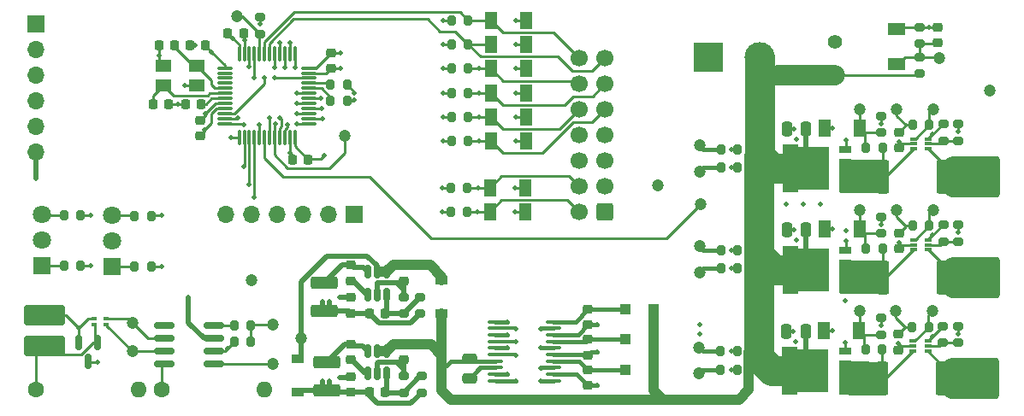
<source format=gtl>
G04 #@! TF.GenerationSoftware,KiCad,Pcbnew,(6.0.5)*
G04 #@! TF.CreationDate,2022-05-31T01:04:28-04:00*
G04 #@! TF.ProjectId,GoldESC,476f6c64-4553-4432-9e6b-696361645f70,rev?*
G04 #@! TF.SameCoordinates,Original*
G04 #@! TF.FileFunction,Copper,L1,Top*
G04 #@! TF.FilePolarity,Positive*
%FSLAX46Y46*%
G04 Gerber Fmt 4.6, Leading zero omitted, Abs format (unit mm)*
G04 Created by KiCad (PCBNEW (6.0.5)) date 2022-05-31 01:04:28*
%MOMM*%
%LPD*%
G01*
G04 APERTURE LIST*
G04 Aperture macros list*
%AMRoundRect*
0 Rectangle with rounded corners*
0 $1 Rounding radius*
0 $2 $3 $4 $5 $6 $7 $8 $9 X,Y pos of 4 corners*
0 Add a 4 corners polygon primitive as box body*
4,1,4,$2,$3,$4,$5,$6,$7,$8,$9,$2,$3,0*
0 Add four circle primitives for the rounded corners*
1,1,$1+$1,$2,$3*
1,1,$1+$1,$4,$5*
1,1,$1+$1,$6,$7*
1,1,$1+$1,$8,$9*
0 Add four rect primitives between the rounded corners*
20,1,$1+$1,$2,$3,$4,$5,0*
20,1,$1+$1,$4,$5,$6,$7,0*
20,1,$1+$1,$6,$7,$8,$9,0*
20,1,$1+$1,$8,$9,$2,$3,0*%
%AMFreePoly0*
4,1,9,2.975000,-2.350000,1.425000,-2.350000,1.425000,-2.100000,-1.650000,-2.100000,-1.650000,2.100000,1.425000,2.100000,1.425000,2.350000,2.975000,2.350000,2.975000,-2.350000,2.975000,-2.350000,$1*%
G04 Aperture macros list end*
G04 #@! TA.AperFunction,SMDPad,CuDef*
%ADD10R,1.300000X1.700000*%
G04 #@! TD*
G04 #@! TA.AperFunction,SMDPad,CuDef*
%ADD11RoundRect,0.200000X-0.275000X0.200000X-0.275000X-0.200000X0.275000X-0.200000X0.275000X0.200000X0*%
G04 #@! TD*
G04 #@! TA.AperFunction,SMDPad,CuDef*
%ADD12RoundRect,0.225000X0.225000X0.250000X-0.225000X0.250000X-0.225000X-0.250000X0.225000X-0.250000X0*%
G04 #@! TD*
G04 #@! TA.AperFunction,ComponentPad*
%ADD13C,1.200000*%
G04 #@! TD*
G04 #@! TA.AperFunction,SMDPad,CuDef*
%ADD14R,0.700000X0.340000*%
G04 #@! TD*
G04 #@! TA.AperFunction,SMDPad,CuDef*
%ADD15RoundRect,0.200000X0.200000X0.275000X-0.200000X0.275000X-0.200000X-0.275000X0.200000X-0.275000X0*%
G04 #@! TD*
G04 #@! TA.AperFunction,ComponentPad*
%ADD16R,3.000000X3.000000*%
G04 #@! TD*
G04 #@! TA.AperFunction,ComponentPad*
%ADD17C,3.000000*%
G04 #@! TD*
G04 #@! TA.AperFunction,SMDPad,CuDef*
%ADD18R,1.600000X1.300000*%
G04 #@! TD*
G04 #@! TA.AperFunction,SMDPad,CuDef*
%ADD19RoundRect,0.225000X-0.250000X0.225000X-0.250000X-0.225000X0.250000X-0.225000X0.250000X0.225000X0*%
G04 #@! TD*
G04 #@! TA.AperFunction,SMDPad,CuDef*
%ADD20RoundRect,0.250000X-1.075000X0.375000X-1.075000X-0.375000X1.075000X-0.375000X1.075000X0.375000X0*%
G04 #@! TD*
G04 #@! TA.AperFunction,ComponentPad*
%ADD21R,1.700000X1.700000*%
G04 #@! TD*
G04 #@! TA.AperFunction,ComponentPad*
%ADD22O,1.700000X1.700000*%
G04 #@! TD*
G04 #@! TA.AperFunction,SMDPad,CuDef*
%ADD23RoundRect,0.225000X0.250000X-0.225000X0.250000X0.225000X-0.250000X0.225000X-0.250000X-0.225000X0*%
G04 #@! TD*
G04 #@! TA.AperFunction,SMDPad,CuDef*
%ADD24RoundRect,0.200000X-0.200000X-0.275000X0.200000X-0.275000X0.200000X0.275000X-0.200000X0.275000X0*%
G04 #@! TD*
G04 #@! TA.AperFunction,SMDPad,CuDef*
%ADD25R,1.150000X0.700000*%
G04 #@! TD*
G04 #@! TA.AperFunction,SMDPad,CuDef*
%ADD26FreePoly0,180.000000*%
G04 #@! TD*
G04 #@! TA.AperFunction,SMDPad,CuDef*
%ADD27R,1.200000X0.900000*%
G04 #@! TD*
G04 #@! TA.AperFunction,SMDPad,CuDef*
%ADD28RoundRect,0.150000X0.825000X0.150000X-0.825000X0.150000X-0.825000X-0.150000X0.825000X-0.150000X0*%
G04 #@! TD*
G04 #@! TA.AperFunction,SMDPad,CuDef*
%ADD29RoundRect,0.150000X-0.150000X0.587500X-0.150000X-0.587500X0.150000X-0.587500X0.150000X0.587500X0*%
G04 #@! TD*
G04 #@! TA.AperFunction,SMDPad,CuDef*
%ADD30RoundRect,0.075000X-0.662500X-0.075000X0.662500X-0.075000X0.662500X0.075000X-0.662500X0.075000X0*%
G04 #@! TD*
G04 #@! TA.AperFunction,SMDPad,CuDef*
%ADD31RoundRect,0.075000X-0.075000X-0.662500X0.075000X-0.662500X0.075000X0.662500X-0.075000X0.662500X0*%
G04 #@! TD*
G04 #@! TA.AperFunction,SMDPad,CuDef*
%ADD32R,0.500000X0.350000*%
G04 #@! TD*
G04 #@! TA.AperFunction,ComponentPad*
%ADD33R,1.800000X1.800000*%
G04 #@! TD*
G04 #@! TA.AperFunction,ComponentPad*
%ADD34C,1.800000*%
G04 #@! TD*
G04 #@! TA.AperFunction,SMDPad,CuDef*
%ADD35RoundRect,0.150000X0.150000X-0.512500X0.150000X0.512500X-0.150000X0.512500X-0.150000X-0.512500X0*%
G04 #@! TD*
G04 #@! TA.AperFunction,ComponentPad*
%ADD36C,1.600000*%
G04 #@! TD*
G04 #@! TA.AperFunction,ComponentPad*
%ADD37O,1.600000X1.600000*%
G04 #@! TD*
G04 #@! TA.AperFunction,SMDPad,CuDef*
%ADD38RoundRect,0.200000X0.275000X-0.200000X0.275000X0.200000X-0.275000X0.200000X-0.275000X-0.200000X0*%
G04 #@! TD*
G04 #@! TA.AperFunction,SMDPad,CuDef*
%ADD39R,1.700000X1.300000*%
G04 #@! TD*
G04 #@! TA.AperFunction,SMDPad,CuDef*
%ADD40RoundRect,0.100000X-0.637500X-0.100000X0.637500X-0.100000X0.637500X0.100000X-0.637500X0.100000X0*%
G04 #@! TD*
G04 #@! TA.AperFunction,ComponentPad*
%ADD41RoundRect,0.250000X-1.000000X1.000000X-1.000000X-1.000000X1.000000X-1.000000X1.000000X1.000000X0*%
G04 #@! TD*
G04 #@! TA.AperFunction,ComponentPad*
%ADD42RoundRect,0.250000X-1.000000X-1.000000X1.000000X-1.000000X1.000000X1.000000X-1.000000X1.000000X0*%
G04 #@! TD*
G04 #@! TA.AperFunction,ComponentPad*
%ADD43RoundRect,0.250000X1.000000X1.000000X-1.000000X1.000000X-1.000000X-1.000000X1.000000X-1.000000X0*%
G04 #@! TD*
G04 #@! TA.AperFunction,ComponentPad*
%ADD44RoundRect,0.250000X1.000000X-1.000000X1.000000X1.000000X-1.000000X1.000000X-1.000000X-1.000000X0*%
G04 #@! TD*
G04 #@! TA.AperFunction,SMDPad,CuDef*
%ADD45RoundRect,0.225000X-0.225000X-0.250000X0.225000X-0.250000X0.225000X0.250000X-0.225000X0.250000X0*%
G04 #@! TD*
G04 #@! TA.AperFunction,SMDPad,CuDef*
%ADD46R,1.100000X1.100000*%
G04 #@! TD*
G04 #@! TA.AperFunction,SMDPad,CuDef*
%ADD47RoundRect,0.250000X0.362500X1.425000X-0.362500X1.425000X-0.362500X-1.425000X0.362500X-1.425000X0*%
G04 #@! TD*
G04 #@! TA.AperFunction,ComponentPad*
%ADD48C,1.400000*%
G04 #@! TD*
G04 #@! TA.AperFunction,SMDPad,CuDef*
%ADD49RoundRect,0.250000X0.250000X0.475000X-0.250000X0.475000X-0.250000X-0.475000X0.250000X-0.475000X0*%
G04 #@! TD*
G04 #@! TA.AperFunction,ComponentPad*
%ADD50RoundRect,0.200000X1.050000X-0.800000X1.050000X0.800000X-1.050000X0.800000X-1.050000X-0.800000X0*%
G04 #@! TD*
G04 #@! TA.AperFunction,ComponentPad*
%ADD51RoundRect,0.200000X-1.050000X0.800000X-1.050000X-0.800000X1.050000X-0.800000X1.050000X0.800000X0*%
G04 #@! TD*
G04 #@! TA.AperFunction,ComponentPad*
%ADD52RoundRect,0.250000X0.600000X0.600000X-0.600000X0.600000X-0.600000X-0.600000X0.600000X-0.600000X0*%
G04 #@! TD*
G04 #@! TA.AperFunction,ComponentPad*
%ADD53C,1.700000*%
G04 #@! TD*
G04 #@! TA.AperFunction,SMDPad,CuDef*
%ADD54RoundRect,0.250000X-0.475000X0.250000X-0.475000X-0.250000X0.475000X-0.250000X0.475000X0.250000X0*%
G04 #@! TD*
G04 #@! TA.AperFunction,ViaPad*
%ADD55C,0.508000*%
G04 #@! TD*
G04 #@! TA.AperFunction,Conductor*
%ADD56C,0.508000*%
G04 #@! TD*
G04 #@! TA.AperFunction,Conductor*
%ADD57C,0.400000*%
G04 #@! TD*
G04 #@! TA.AperFunction,Conductor*
%ADD58C,0.254000*%
G04 #@! TD*
G04 #@! TA.AperFunction,Conductor*
%ADD59C,1.000000*%
G04 #@! TD*
G04 #@! TA.AperFunction,Conductor*
%ADD60C,0.380000*%
G04 #@! TD*
G04 #@! TA.AperFunction,Conductor*
%ADD61C,3.000000*%
G04 #@! TD*
G04 #@! TA.AperFunction,Conductor*
%ADD62C,0.500000*%
G04 #@! TD*
G04 #@! TA.AperFunction,Conductor*
%ADD63C,2.000000*%
G04 #@! TD*
G04 APERTURE END LIST*
D10*
X223115000Y-90750000D03*
X219615000Y-90750000D03*
D11*
X229100000Y-63675000D03*
X229100000Y-65325000D03*
D12*
X176175000Y-89062500D03*
X174625000Y-89062500D03*
D13*
X230349000Y-88834000D03*
D14*
X228466000Y-71766000D03*
X228466000Y-72266000D03*
X228466000Y-72766000D03*
X229966000Y-72766000D03*
X229966000Y-72266000D03*
X229966000Y-71766000D03*
D15*
X184425000Y-64800000D03*
X182775000Y-64800000D03*
D16*
X208160000Y-63700000D03*
D17*
X213240000Y-63700000D03*
D10*
X186550000Y-76600000D03*
X190050000Y-76600000D03*
D13*
X151180000Y-92800000D03*
X207300000Y-82400000D03*
D18*
X157550000Y-64500000D03*
X154250000Y-64500000D03*
X154250000Y-66500000D03*
X157550000Y-66500000D03*
D15*
X211025000Y-94634000D03*
X209375000Y-94634000D03*
D19*
X172800000Y-95325000D03*
X172800000Y-96875000D03*
D11*
X231416000Y-80291000D03*
X231416000Y-81941000D03*
D12*
X168575000Y-73800000D03*
X167025000Y-73800000D03*
D13*
X163000000Y-85800000D03*
D20*
X170400000Y-93900000D03*
X170400000Y-96700000D03*
D21*
X141600000Y-60400000D03*
D22*
X141600000Y-62940000D03*
X141600000Y-65480000D03*
X141600000Y-68020000D03*
X141600000Y-70560000D03*
X141600000Y-73100000D03*
D13*
X172200000Y-71450000D03*
D23*
X230900000Y-62275000D03*
X230900000Y-60725000D03*
X227016000Y-72641000D03*
X227016000Y-71091000D03*
D24*
X223791000Y-72616000D03*
X225441000Y-72616000D03*
D25*
X221700000Y-96660000D03*
X221700000Y-95390000D03*
X221700000Y-94110000D03*
X221700000Y-92840000D03*
D26*
X218430000Y-94750000D03*
D25*
X221751000Y-76626000D03*
X221751000Y-75356000D03*
X221751000Y-74076000D03*
X221751000Y-72806000D03*
D26*
X218481000Y-74716000D03*
D19*
X172800000Y-84287500D03*
X172800000Y-85837500D03*
D23*
X227016000Y-82641000D03*
X227016000Y-81091000D03*
D12*
X158375000Y-62500000D03*
X156825000Y-62500000D03*
D24*
X223740000Y-92650000D03*
X225390000Y-92650000D03*
D27*
X167500000Y-93550000D03*
X167500000Y-96850000D03*
D28*
X159255000Y-94105000D03*
X159255000Y-92835000D03*
X159255000Y-91565000D03*
X159255000Y-90295000D03*
X154305000Y-90295000D03*
X154305000Y-91565000D03*
X154305000Y-92835000D03*
X154305000Y-94105000D03*
D24*
X144400000Y-84300000D03*
X146050000Y-84300000D03*
D13*
X236050000Y-66950000D03*
D15*
X211025000Y-92834000D03*
X209375000Y-92834000D03*
D10*
X223166000Y-70716000D03*
X219666000Y-70716000D03*
D29*
X147750000Y-91962500D03*
X145850000Y-91962500D03*
X146800000Y-93837500D03*
D30*
X160337500Y-64750000D03*
X160337500Y-65250000D03*
X160337500Y-65750000D03*
X160337500Y-66250000D03*
X160337500Y-66750000D03*
X160337500Y-67250000D03*
X160337500Y-67750000D03*
X160337500Y-68250000D03*
X160337500Y-68750000D03*
X160337500Y-69250000D03*
X160337500Y-69750000D03*
X160337500Y-70250000D03*
D31*
X161750000Y-71662500D03*
X162250000Y-71662500D03*
X162750000Y-71662500D03*
X163250000Y-71662500D03*
X163750000Y-71662500D03*
X164250000Y-71662500D03*
X164750000Y-71662500D03*
X165250000Y-71662500D03*
X165750000Y-71662500D03*
X166250000Y-71662500D03*
X166750000Y-71662500D03*
X167250000Y-71662500D03*
D30*
X168662500Y-70250000D03*
X168662500Y-69750000D03*
X168662500Y-69250000D03*
X168662500Y-68750000D03*
X168662500Y-68250000D03*
X168662500Y-67750000D03*
X168662500Y-67250000D03*
X168662500Y-66750000D03*
X168662500Y-66250000D03*
X168662500Y-65750000D03*
X168662500Y-65250000D03*
X168662500Y-64750000D03*
D31*
X167250000Y-63337500D03*
X166750000Y-63337500D03*
X166250000Y-63337500D03*
X165750000Y-63337500D03*
X165250000Y-63337500D03*
X164750000Y-63337500D03*
X164250000Y-63337500D03*
X163750000Y-63337500D03*
X163250000Y-63337500D03*
X162750000Y-63337500D03*
X162250000Y-63337500D03*
X161750000Y-63337500D03*
D13*
X207300000Y-72400000D03*
D24*
X228340000Y-90400000D03*
X229990000Y-90400000D03*
D11*
X225316000Y-79491000D03*
X225316000Y-81141000D03*
D25*
X221751000Y-86626000D03*
X221751000Y-85356000D03*
X221751000Y-84076000D03*
X221751000Y-82806000D03*
D26*
X218481000Y-84716000D03*
D32*
X148600000Y-90200000D03*
X148600000Y-89600000D03*
X147400000Y-89600000D03*
X147400000Y-90200000D03*
D24*
X161255000Y-90300000D03*
X162905000Y-90300000D03*
D10*
X186650000Y-62400000D03*
X190150000Y-62400000D03*
D13*
X230400000Y-78800000D03*
D11*
X225265000Y-89525000D03*
X225265000Y-91175000D03*
D13*
X151180000Y-90000000D03*
X223200000Y-78800000D03*
D15*
X184425000Y-67200000D03*
X182775000Y-67200000D03*
D13*
X207249000Y-95034000D03*
D33*
X142225000Y-84340000D03*
D34*
X142225000Y-81800000D03*
X142225000Y-79260000D03*
D13*
X161500000Y-59600000D03*
D24*
X144400000Y-79300000D03*
X146050000Y-79300000D03*
D35*
X174450000Y-95037500D03*
X175400000Y-95037500D03*
X176350000Y-95037500D03*
X176350000Y-92762500D03*
X175400000Y-92762500D03*
X174450000Y-92762500D03*
D36*
X141600000Y-96600000D03*
D37*
X151760000Y-96600000D03*
D10*
X186650000Y-60000000D03*
X190150000Y-60000000D03*
D24*
X170775000Y-68000000D03*
X172425000Y-68000000D03*
D38*
X179600000Y-89087500D03*
X179600000Y-87437500D03*
D39*
X226800000Y-64350000D03*
X226800000Y-60850000D03*
D38*
X232916000Y-81941000D03*
X232916000Y-80291000D03*
D24*
X170775000Y-66400000D03*
X172425000Y-66400000D03*
D15*
X184425000Y-62400000D03*
X182775000Y-62400000D03*
D23*
X157900000Y-71475000D03*
X157900000Y-69925000D03*
D40*
X187112500Y-89900000D03*
X187112500Y-90550000D03*
X187112500Y-91200000D03*
X187112500Y-91850000D03*
X187112500Y-92500000D03*
X187112500Y-93150000D03*
X187112500Y-93800000D03*
X187112500Y-94450000D03*
X187112500Y-95100000D03*
X187112500Y-95750000D03*
X192837500Y-95750000D03*
X192837500Y-95100000D03*
X192837500Y-94450000D03*
X192837500Y-93800000D03*
X192837500Y-93150000D03*
X192837500Y-92500000D03*
X192837500Y-91850000D03*
X192837500Y-91200000D03*
X192837500Y-90550000D03*
X192837500Y-89900000D03*
D35*
X174450000Y-87200000D03*
X175400000Y-87200000D03*
X176350000Y-87200000D03*
X176350000Y-84925000D03*
X175400000Y-84925000D03*
X174450000Y-84925000D03*
D15*
X184425000Y-69600000D03*
X182775000Y-69600000D03*
X184325000Y-79000000D03*
X182675000Y-79000000D03*
D13*
X207249000Y-92434000D03*
D12*
X176175000Y-96900000D03*
X174625000Y-96900000D03*
D38*
X232865000Y-91975000D03*
X232865000Y-90325000D03*
D19*
X172800000Y-87487500D03*
X172800000Y-89037500D03*
D21*
X173125000Y-79225000D03*
D22*
X170585000Y-79225000D03*
X168045000Y-79225000D03*
X165505000Y-79225000D03*
X162965000Y-79225000D03*
X160425000Y-79225000D03*
D10*
X186650000Y-69600000D03*
X190150000Y-69600000D03*
D24*
X223791000Y-82616000D03*
X225441000Y-82616000D03*
D10*
X186650000Y-72000000D03*
X190150000Y-72000000D03*
D41*
X235766000Y-74734000D03*
D42*
X234234000Y-74734000D03*
D43*
X235766000Y-76266000D03*
D44*
X234234000Y-76266000D03*
D15*
X184425000Y-60000000D03*
X182775000Y-60000000D03*
D45*
X153825000Y-62500000D03*
X155375000Y-62500000D03*
D12*
X157975000Y-68300000D03*
X156425000Y-68300000D03*
D13*
X226800000Y-78800000D03*
D46*
X199975000Y-91625000D03*
X202775000Y-91625000D03*
D13*
X207400000Y-78200000D03*
D11*
X231416000Y-70291000D03*
X231416000Y-71941000D03*
D47*
X231378500Y-75516000D03*
X225453500Y-75516000D03*
D23*
X226965000Y-92675000D03*
X226965000Y-91125000D03*
D46*
X199975000Y-88625000D03*
X202775000Y-88625000D03*
D36*
X154100000Y-96600000D03*
D37*
X164260000Y-96600000D03*
D20*
X170200000Y-86062500D03*
X170200000Y-88862500D03*
D10*
X186650000Y-64800000D03*
X190150000Y-64800000D03*
D48*
X220700000Y-65450000D03*
X220700000Y-62150000D03*
D47*
X231327500Y-95550000D03*
X225402500Y-95550000D03*
D46*
X199975000Y-94625000D03*
X202775000Y-94625000D03*
D12*
X154775000Y-68300000D03*
X153225000Y-68300000D03*
D15*
X211075000Y-84600000D03*
X209425000Y-84600000D03*
D49*
X217866000Y-70816000D03*
X215966000Y-70816000D03*
X217815000Y-90850000D03*
X215915000Y-90850000D03*
D15*
X211075000Y-74600000D03*
X209425000Y-74600000D03*
D44*
X234234000Y-86266000D03*
D43*
X235766000Y-86266000D03*
D42*
X234234000Y-84734000D03*
D41*
X235766000Y-84734000D03*
D33*
X149200000Y-84440000D03*
D34*
X149200000Y-81900000D03*
X149200000Y-79360000D03*
D38*
X163800000Y-61375000D03*
X163800000Y-59725000D03*
X179800000Y-96925000D03*
X179800000Y-95275000D03*
X232916000Y-71941000D03*
X232916000Y-70291000D03*
D19*
X196275000Y-91650000D03*
X196275000Y-93200000D03*
D50*
X141734000Y-89276000D03*
D51*
X143266000Y-89276000D03*
X143266000Y-92324000D03*
D50*
X141734000Y-92324000D03*
D15*
X184325000Y-76600000D03*
X182675000Y-76600000D03*
D19*
X172800000Y-92125000D03*
X172800000Y-93675000D03*
D45*
X160625000Y-61300000D03*
X162175000Y-61300000D03*
D11*
X229100000Y-60675000D03*
X229100000Y-62325000D03*
D49*
X217866000Y-80816000D03*
X215966000Y-80816000D03*
D11*
X231365000Y-90325000D03*
X231365000Y-91975000D03*
D38*
X178000000Y-96925000D03*
X178000000Y-95275000D03*
D52*
X197940000Y-79020000D03*
D53*
X195400000Y-79020000D03*
X197940000Y-76480000D03*
X195400000Y-76480000D03*
X197940000Y-73940000D03*
X195400000Y-73940000D03*
X197940000Y-71400000D03*
X195400000Y-71400000D03*
X197940000Y-68860000D03*
X195400000Y-68860000D03*
X197940000Y-66320000D03*
X195400000Y-66320000D03*
X197940000Y-63780000D03*
X195400000Y-63780000D03*
D13*
X226800000Y-68800000D03*
X165080000Y-90200000D03*
X230400000Y-68800000D03*
D24*
X228391000Y-80366000D03*
X230041000Y-80366000D03*
D14*
X228466000Y-81766000D03*
X228466000Y-82266000D03*
X228466000Y-82766000D03*
X229966000Y-82766000D03*
X229966000Y-82266000D03*
X229966000Y-81766000D03*
D27*
X181800000Y-85750000D03*
X181800000Y-89050000D03*
D10*
X223166000Y-80716000D03*
X219666000Y-80716000D03*
D13*
X226749000Y-88834000D03*
X207300000Y-85000000D03*
D10*
X186650000Y-67200000D03*
X190150000Y-67200000D03*
D19*
X196275000Y-94650000D03*
X196275000Y-96200000D03*
D13*
X165080000Y-94100000D03*
D24*
X228391000Y-70366000D03*
X230041000Y-70366000D03*
X151375000Y-84400000D03*
X153025000Y-84400000D03*
D15*
X184425000Y-72000000D03*
X182775000Y-72000000D03*
D13*
X223149000Y-88834000D03*
D19*
X170800000Y-63225000D03*
X170800000Y-64775000D03*
D38*
X178000000Y-89087500D03*
X178000000Y-87437500D03*
D15*
X162905000Y-91900000D03*
X161255000Y-91900000D03*
D10*
X186550000Y-79000000D03*
X190050000Y-79000000D03*
D23*
X178000000Y-93675000D03*
X178000000Y-92125000D03*
D19*
X196275000Y-88650000D03*
X196275000Y-90200000D03*
D13*
X207300000Y-75000000D03*
D54*
X184575000Y-93575000D03*
X184575000Y-95475000D03*
D13*
X231000000Y-63800000D03*
D11*
X225316000Y-69491000D03*
X225316000Y-71141000D03*
D24*
X151375000Y-79400000D03*
X153025000Y-79400000D03*
D47*
X231378500Y-85516000D03*
X225453500Y-85516000D03*
D13*
X167850000Y-91550000D03*
X203200000Y-76350000D03*
X223200000Y-68800000D03*
D23*
X178000000Y-85837500D03*
X178000000Y-84287500D03*
D15*
X211075000Y-72800000D03*
X209425000Y-72800000D03*
X211075000Y-82800000D03*
X209425000Y-82800000D03*
D43*
X235715000Y-96300000D03*
D42*
X234183000Y-94768000D03*
D44*
X234183000Y-96300000D03*
D41*
X235715000Y-94768000D03*
D14*
X228415000Y-91800000D03*
X228415000Y-92300000D03*
X228415000Y-92800000D03*
X229915000Y-92800000D03*
X229915000Y-92300000D03*
X229915000Y-91800000D03*
D55*
X223615000Y-94100000D03*
X224116000Y-86766000D03*
X224616000Y-86266000D03*
X223666000Y-86266000D03*
X223166000Y-85716000D03*
X230378500Y-81328500D03*
X227016000Y-82016000D03*
X221800000Y-80900000D03*
X232865000Y-91100000D03*
X225265000Y-90300000D03*
X220415000Y-90750000D03*
X216849000Y-91834000D03*
X224566000Y-85216000D03*
X223666000Y-85166000D03*
X224116000Y-84666000D03*
X222716000Y-86266000D03*
X221800000Y-81900000D03*
X161628353Y-69669500D03*
X162190295Y-70370040D03*
X160900000Y-71650000D03*
X164200000Y-65750000D03*
X162169500Y-74554541D03*
X162668784Y-76284011D03*
X163250000Y-77544544D03*
X185400000Y-76600000D03*
X164750000Y-69650000D03*
X185350000Y-79000000D03*
X163755428Y-70369500D03*
X166750000Y-62200000D03*
X185450000Y-64800000D03*
X185450000Y-72000000D03*
X165250000Y-64650000D03*
X166250000Y-64650000D03*
X185450000Y-67200000D03*
X165750000Y-62200000D03*
X185450000Y-69600000D03*
X173150000Y-67200000D03*
X173150000Y-67950000D03*
X221800000Y-71900000D03*
X210500000Y-74600000D03*
X210500000Y-84600000D03*
X221749000Y-91934000D03*
X210449000Y-94634000D03*
X163250000Y-65750000D03*
X217600000Y-78200000D03*
X154065989Y-84400000D03*
X165330500Y-70289506D03*
X154100000Y-79300000D03*
X165750000Y-69650000D03*
X147050000Y-84300000D03*
X166491501Y-70343436D03*
X167419500Y-70255428D03*
X147050000Y-79300000D03*
X167450000Y-68250000D03*
X188300000Y-89900000D03*
X169850000Y-67750000D03*
X189100000Y-90600000D03*
X188300000Y-91200000D03*
X167450000Y-67250000D03*
X169981307Y-69756117D03*
X189100000Y-91900000D03*
X188300000Y-92500000D03*
X167450000Y-69250000D03*
X169941033Y-68745418D03*
X189100000Y-93200000D03*
X162669500Y-64623597D03*
X145850000Y-90500000D03*
X165250000Y-65750000D03*
X167250000Y-64650000D03*
X158400000Y-69300000D03*
X156400000Y-66500000D03*
X215900000Y-78200000D03*
X189100000Y-64800000D03*
X189100000Y-60000000D03*
X189100000Y-62400000D03*
X230000000Y-60700000D03*
X189100000Y-67200000D03*
X160627500Y-92527500D03*
X216600000Y-80800000D03*
X216549000Y-90834000D03*
X216600000Y-70800000D03*
X171700000Y-95400000D03*
X166750000Y-73150000D03*
X175400000Y-86062500D03*
X153825000Y-63475000D03*
X155700000Y-68300000D03*
X189000000Y-76600000D03*
X227016000Y-72016000D03*
X226965000Y-92050000D03*
X232916000Y-71066000D03*
X232916000Y-81066000D03*
X189000000Y-79000000D03*
X147700000Y-93900000D03*
X162250000Y-61950000D03*
X189100000Y-72000000D03*
X163800000Y-60400000D03*
X175400000Y-94000000D03*
X189100000Y-69600000D03*
X225316000Y-70266000D03*
X225316000Y-80266000D03*
X171700000Y-87500000D03*
X157400000Y-62500000D03*
X185425000Y-94625000D03*
X220466000Y-70716000D03*
X220466000Y-80716000D03*
X171800000Y-64775000D03*
X181962500Y-72000000D03*
X170000000Y-87900000D03*
X159012500Y-63137500D03*
X181862500Y-76600000D03*
X181962500Y-67200000D03*
X181962500Y-64800000D03*
X161112500Y-61787500D03*
X170150000Y-73400000D03*
X219300000Y-78200000D03*
X158293843Y-70893843D03*
X181850000Y-79000000D03*
X181962500Y-62400000D03*
X170700000Y-87900000D03*
X181962500Y-60000000D03*
X230378500Y-71328500D03*
X230327500Y-91362500D03*
X181962500Y-69600000D03*
X171800000Y-63225000D03*
X156700000Y-87500000D03*
X178725000Y-98000000D03*
X141600000Y-75700000D03*
X170000000Y-95800000D03*
X141600000Y-74900000D03*
X170700000Y-95800000D03*
X207300000Y-90200000D03*
X224566000Y-74116000D03*
X222716000Y-76266000D03*
X222716000Y-75216000D03*
X223166000Y-76766000D03*
X224566000Y-75216000D03*
X224116000Y-75716000D03*
X223166000Y-75716000D03*
X223666000Y-74066000D03*
X223666000Y-75166000D03*
X223666000Y-76266000D03*
X224116000Y-76766000D03*
X222766000Y-74066000D03*
X224616000Y-76266000D03*
X197200000Y-90200000D03*
X223166000Y-74666000D03*
X224116000Y-74666000D03*
X191600000Y-90600000D03*
X224566000Y-84116000D03*
X221750000Y-87800000D03*
X222716000Y-85216000D03*
X223166000Y-86766000D03*
X224116000Y-85716000D03*
X197200000Y-92896980D03*
X207300000Y-91150000D03*
X223666000Y-84066000D03*
X222766000Y-84066000D03*
X223166000Y-84666000D03*
X191600000Y-92500000D03*
X224515000Y-94150000D03*
X222665000Y-96300000D03*
X222665000Y-95250000D03*
X223115000Y-96800000D03*
X224515000Y-95250000D03*
X224065000Y-95750000D03*
X223115000Y-95750000D03*
X223615000Y-95200000D03*
X223615000Y-96300000D03*
X224065000Y-96800000D03*
X222715000Y-94100000D03*
X224565000Y-96300000D03*
X197200000Y-96200000D03*
X223115000Y-94700000D03*
X224065000Y-94700000D03*
X191600000Y-94500000D03*
X191600000Y-95800000D03*
X189100000Y-95800000D03*
X188300000Y-95100000D03*
X216900000Y-71800000D03*
X210500000Y-72800000D03*
X216900000Y-81800000D03*
X210500000Y-82800000D03*
X210449000Y-92834000D03*
D56*
X141600000Y-75700000D02*
X141600000Y-73100000D01*
D57*
X192837500Y-89900000D02*
X195025000Y-89900000D01*
X195025000Y-89900000D02*
X196275000Y-88650000D01*
X199950000Y-88650000D02*
X199975000Y-88625000D01*
X196275000Y-88650000D02*
X199950000Y-88650000D01*
X192837500Y-91850000D02*
X196075000Y-91850000D01*
X199975000Y-91625000D02*
X196300000Y-91625000D01*
X196300000Y-91625000D02*
X196275000Y-91650000D01*
X196075000Y-91850000D02*
X196275000Y-91650000D01*
X192837500Y-93800000D02*
X195425000Y-93800000D01*
X195425000Y-93800000D02*
X196275000Y-94650000D01*
X199975000Y-94625000D02*
X196300000Y-94625000D01*
X196300000Y-94625000D02*
X196275000Y-94650000D01*
D58*
X226800000Y-69500000D02*
X227703500Y-70403500D01*
X160337500Y-69750000D02*
X161547853Y-69750000D01*
X228391000Y-70366000D02*
X227741000Y-70366000D01*
X226800000Y-68800000D02*
X226800000Y-69500000D01*
X161547853Y-69750000D02*
X161628353Y-69669500D01*
X227741000Y-70366000D02*
X227703500Y-70403500D01*
X227703500Y-70403500D02*
X227016000Y-71091000D01*
X160337500Y-70250000D02*
X162070255Y-70250000D01*
X226800000Y-79500000D02*
X227703500Y-80403500D01*
X226800000Y-79500000D02*
X227703500Y-80403500D01*
X162070255Y-70250000D02*
X162190295Y-70370040D01*
X228391000Y-80366000D02*
X227741000Y-80366000D01*
X228391000Y-80366000D02*
X227741000Y-80366000D01*
X228391000Y-80366000D02*
X227741000Y-80366000D01*
X228391000Y-80366000D02*
X227741000Y-80366000D01*
X226800000Y-78800000D02*
X226800000Y-79500000D01*
X226800000Y-78800000D02*
X226800000Y-79500000D01*
X227741000Y-80366000D02*
X227703500Y-80403500D01*
X227741000Y-80366000D02*
X227703500Y-80403500D01*
X227741000Y-80366000D02*
X227703500Y-80403500D01*
X227741000Y-80366000D02*
X227703500Y-80403500D01*
X227703500Y-80403500D02*
X227016000Y-81091000D01*
X227703500Y-80403500D02*
X227016000Y-81091000D01*
X227703500Y-80403500D02*
X227016000Y-81091000D01*
X227703500Y-80403500D02*
X227016000Y-81091000D01*
X226749000Y-89534000D02*
X227652500Y-90437500D01*
X226749000Y-89534000D02*
X227652500Y-90437500D01*
X228340000Y-90400000D02*
X227690000Y-90400000D01*
X228340000Y-90400000D02*
X227690000Y-90400000D01*
X228340000Y-90400000D02*
X227690000Y-90400000D01*
X228340000Y-90400000D02*
X227690000Y-90400000D01*
X226749000Y-88834000D02*
X226749000Y-89534000D01*
X226749000Y-88834000D02*
X226749000Y-89534000D01*
X161737500Y-71650000D02*
X161750000Y-71662500D01*
X160900000Y-71650000D02*
X161737500Y-71650000D01*
X227690000Y-90400000D02*
X227652500Y-90437500D01*
X227690000Y-90400000D02*
X227652500Y-90437500D01*
X227690000Y-90400000D02*
X227652500Y-90437500D01*
X227690000Y-90400000D02*
X227652500Y-90437500D01*
X227652500Y-90437500D02*
X226965000Y-91125000D01*
X227652500Y-90437500D02*
X226965000Y-91125000D01*
X227652500Y-90437500D02*
X226965000Y-91125000D01*
X227652500Y-90437500D02*
X226965000Y-91125000D01*
X230850000Y-62325000D02*
X230900000Y-62275000D01*
X164200000Y-66276900D02*
X164200000Y-65750000D01*
X160337500Y-69250000D02*
X161226900Y-69250000D01*
X227625000Y-63675000D02*
X229100000Y-63675000D01*
X161226900Y-69250000D02*
X164200000Y-66276900D01*
X229100000Y-63675000D02*
X229100000Y-62325000D01*
X226800000Y-64350000D02*
X226950000Y-64350000D01*
X226950000Y-64350000D02*
X227625000Y-63675000D01*
X230875000Y-63675000D02*
X231000000Y-63800000D01*
X229100000Y-63675000D02*
X230875000Y-63675000D01*
X229100000Y-62325000D02*
X230850000Y-62325000D01*
D56*
X167850000Y-91550000D02*
X167850000Y-85967573D01*
D59*
X181800000Y-85400000D02*
X180687500Y-84287500D01*
X175725000Y-84925000D02*
X175700000Y-84900000D01*
X178000000Y-84287500D02*
X176987500Y-84287500D01*
D56*
X170433593Y-83383980D02*
X174424986Y-83383980D01*
X167850000Y-85967573D02*
X170433593Y-83383980D01*
X175400000Y-84358994D02*
X175400000Y-84925000D01*
X174424986Y-83383980D02*
X175400000Y-84358994D01*
D59*
X180687500Y-84287500D02*
X178000000Y-84287500D01*
X176987500Y-84287500D02*
X176350000Y-84925000D01*
X176350000Y-84925000D02*
X175725000Y-84925000D01*
X181800000Y-85750000D02*
X181800000Y-85400000D01*
D56*
X167850000Y-93200000D02*
X167500000Y-93550000D01*
X167850000Y-91550000D02*
X167850000Y-93200000D01*
D58*
X158441374Y-68300000D02*
X157975000Y-68300000D01*
X158991374Y-67750000D02*
X158441374Y-68300000D01*
X160337500Y-67750000D02*
X158991374Y-67750000D01*
X159350000Y-66750000D02*
X159000000Y-66400000D01*
X155375000Y-62675000D02*
X157200000Y-64500000D01*
X160337500Y-66750000D02*
X159350000Y-66750000D01*
X155375000Y-62500000D02*
X155375000Y-62675000D01*
X159000000Y-66400000D02*
X159000000Y-65950000D01*
X159000000Y-65950000D02*
X157550000Y-64500000D01*
X157200000Y-64500000D02*
X157550000Y-64500000D01*
X153225000Y-67525000D02*
X154250000Y-66500000D01*
X158623489Y-67476511D02*
X158850000Y-67250000D01*
X158850000Y-67250000D02*
X160337500Y-67250000D01*
X153225000Y-68300000D02*
X153225000Y-67525000D01*
X155226511Y-67476511D02*
X158623489Y-67476511D01*
X154250000Y-66500000D02*
X155226511Y-67476511D01*
X225316000Y-71141000D02*
X223591000Y-71141000D01*
X223791000Y-72616000D02*
X223666000Y-72491000D01*
X223591000Y-71141000D02*
X223166000Y-70716000D01*
X223200000Y-70682000D02*
X223166000Y-70716000D01*
X223666000Y-72491000D02*
X223666000Y-71216000D01*
X223200000Y-68800000D02*
X223200000Y-70682000D01*
X162250000Y-74474041D02*
X162169500Y-74554541D01*
X162250000Y-71662500D02*
X162250000Y-74474041D01*
X223666000Y-71216000D02*
X223166000Y-70716000D01*
X162750000Y-71662500D02*
X162750000Y-76202795D01*
X225316000Y-81141000D02*
X223591000Y-81141000D01*
X225316000Y-81141000D02*
X223591000Y-81141000D01*
X225316000Y-81141000D02*
X223591000Y-81141000D01*
X225316000Y-81141000D02*
X223591000Y-81141000D01*
X223791000Y-82616000D02*
X223666000Y-82491000D01*
X223791000Y-82616000D02*
X223666000Y-82491000D01*
X223791000Y-82616000D02*
X223666000Y-82491000D01*
X223791000Y-82616000D02*
X223666000Y-82491000D01*
X162750000Y-76202795D02*
X162668784Y-76284011D01*
X223591000Y-81141000D02*
X223166000Y-80716000D01*
X223591000Y-81141000D02*
X223166000Y-80716000D01*
X223591000Y-81141000D02*
X223166000Y-80716000D01*
X223591000Y-81141000D02*
X223166000Y-80716000D01*
X223200000Y-80682000D02*
X223166000Y-80716000D01*
X223200000Y-80682000D02*
X223166000Y-80716000D01*
X223666000Y-82491000D02*
X223666000Y-81216000D01*
X223666000Y-82491000D02*
X223666000Y-81216000D01*
X223666000Y-82491000D02*
X223666000Y-81216000D01*
X223666000Y-82491000D02*
X223666000Y-81216000D01*
X223200000Y-78800000D02*
X223200000Y-80682000D01*
X223200000Y-78800000D02*
X223200000Y-80682000D01*
X223666000Y-81216000D02*
X223166000Y-80716000D01*
X223666000Y-81216000D02*
X223166000Y-80716000D01*
X223666000Y-81216000D02*
X223166000Y-80716000D01*
X223666000Y-81216000D02*
X223166000Y-80716000D01*
X225265000Y-91175000D02*
X223540000Y-91175000D01*
X225265000Y-91175000D02*
X223540000Y-91175000D01*
X225265000Y-91175000D02*
X223540000Y-91175000D01*
X225265000Y-91175000D02*
X223540000Y-91175000D01*
X223740000Y-92650000D02*
X223615000Y-92525000D01*
X223740000Y-92650000D02*
X223615000Y-92525000D01*
X223740000Y-92650000D02*
X223615000Y-92525000D01*
X223740000Y-92650000D02*
X223615000Y-92525000D01*
X223540000Y-91175000D02*
X223115000Y-90750000D01*
X223540000Y-91175000D02*
X223115000Y-90750000D01*
X223540000Y-91175000D02*
X223115000Y-90750000D01*
X223540000Y-91175000D02*
X223115000Y-90750000D01*
X223149000Y-90716000D02*
X223115000Y-90750000D01*
X223149000Y-90716000D02*
X223115000Y-90750000D01*
X223615000Y-92525000D02*
X223615000Y-91250000D01*
X223615000Y-92525000D02*
X223615000Y-91250000D01*
X223615000Y-92525000D02*
X223615000Y-91250000D01*
X223615000Y-92525000D02*
X223615000Y-91250000D01*
X223149000Y-88834000D02*
X223149000Y-90716000D01*
X223149000Y-88834000D02*
X223149000Y-90716000D01*
X163250000Y-71662500D02*
X163250000Y-77544544D01*
X223615000Y-91250000D02*
X223115000Y-90750000D01*
X223615000Y-91250000D02*
X223115000Y-90750000D01*
X223615000Y-91250000D02*
X223115000Y-90750000D01*
X223615000Y-91250000D02*
X223115000Y-90750000D01*
X194343489Y-75423489D02*
X195400000Y-76480000D01*
X185100000Y-76600000D02*
X185400000Y-76600000D01*
X185400000Y-76600000D02*
X186550000Y-76600000D01*
X186550000Y-76600000D02*
X187726511Y-75423489D01*
X184325000Y-76600000D02*
X185100000Y-76600000D01*
X164750000Y-71662500D02*
X164750000Y-69650000D01*
X187726511Y-75423489D02*
X194343489Y-75423489D01*
X187726511Y-77823489D02*
X194203489Y-77823489D01*
X186550000Y-79000000D02*
X187726511Y-77823489D01*
X194203489Y-77823489D02*
X195400000Y-79020000D01*
X163750000Y-70374928D02*
X163755428Y-70369500D01*
X184325000Y-79000000D02*
X185050000Y-79000000D01*
X185350000Y-79000000D02*
X186550000Y-79000000D01*
X185050000Y-79000000D02*
X185350000Y-79000000D01*
X163750000Y-71662500D02*
X163750000Y-70374928D01*
X185400000Y-64800000D02*
X186650000Y-64800000D01*
X187873489Y-66023489D02*
X195103489Y-66023489D01*
X195103489Y-66023489D02*
X195400000Y-66320000D01*
X184425000Y-64800000D02*
X185400000Y-64800000D01*
X166750000Y-62200000D02*
X166750000Y-63337500D01*
X186650000Y-64800000D02*
X187873489Y-66023489D01*
X193273489Y-63623489D02*
X194700000Y-65050000D01*
X194700000Y-65050000D02*
X196670000Y-65050000D01*
X196670000Y-65050000D02*
X197940000Y-63780000D01*
X167141374Y-59900000D02*
X180400000Y-59900000D01*
X183125000Y-61100000D02*
X184425000Y-62400000D01*
X181600000Y-61100000D02*
X183125000Y-61100000D01*
X186650000Y-62400000D02*
X184425000Y-62400000D01*
X185648489Y-63623489D02*
X193273489Y-63623489D01*
X184425000Y-62400000D02*
X185648489Y-63623489D01*
X180400000Y-59900000D02*
X181600000Y-61100000D01*
X164750000Y-62291374D02*
X167141374Y-59900000D01*
X164750000Y-63337500D02*
X164750000Y-62291374D01*
X186650000Y-72000000D02*
X185300000Y-72000000D01*
X191773489Y-73176511D02*
X194800000Y-70150000D01*
X185300000Y-72000000D02*
X184425000Y-72000000D01*
X165250000Y-63337500D02*
X165250000Y-64650000D01*
X194800000Y-70150000D02*
X196650000Y-70150000D01*
X186650000Y-72000000D02*
X187826511Y-73176511D01*
X196650000Y-70150000D02*
X197940000Y-68860000D01*
X187826511Y-73176511D02*
X191773489Y-73176511D01*
X194800000Y-67550000D02*
X196710000Y-67550000D01*
X166250000Y-64650000D02*
X166250000Y-63337500D01*
X186650000Y-67200000D02*
X187873489Y-68423489D01*
X193926511Y-68423489D02*
X194800000Y-67550000D01*
X196710000Y-67550000D02*
X197940000Y-66320000D01*
X187873489Y-68423489D02*
X193926511Y-68423489D01*
X185400000Y-67200000D02*
X184425000Y-67200000D01*
X186650000Y-67200000D02*
X185400000Y-67200000D01*
X165750000Y-62200000D02*
X165750000Y-63337500D01*
X185200000Y-69600000D02*
X186650000Y-69600000D01*
X186650000Y-69600000D02*
X187826511Y-70776511D01*
X187826511Y-70776511D02*
X193483489Y-70776511D01*
X193483489Y-70776511D02*
X195400000Y-68860000D01*
X184425000Y-69600000D02*
X185200000Y-69600000D01*
X192843489Y-61223489D02*
X195400000Y-63780000D01*
X183623480Y-59198480D02*
X184425000Y-60000000D01*
X186650000Y-60000000D02*
X187873489Y-61223489D01*
X167201520Y-59198480D02*
X183623480Y-59198480D01*
X184425000Y-60000000D02*
X186650000Y-60000000D01*
X164250000Y-62150000D02*
X167201520Y-59198480D01*
X164250000Y-63337500D02*
X164250000Y-62150000D01*
X187873489Y-61223489D02*
X192843489Y-61223489D01*
X151335000Y-84440000D02*
X151375000Y-84400000D01*
X149200000Y-84440000D02*
X151335000Y-84440000D01*
X149200000Y-79360000D02*
X151335000Y-79360000D01*
X151335000Y-79360000D02*
X151375000Y-79400000D01*
X144360000Y-84340000D02*
X144400000Y-84300000D01*
X142225000Y-84340000D02*
X144360000Y-84340000D01*
X142265000Y-79300000D02*
X142225000Y-79260000D01*
X144400000Y-79300000D02*
X142265000Y-79300000D01*
X173150000Y-67200000D02*
X173150000Y-67125000D01*
X173150000Y-67125000D02*
X172425000Y-66400000D01*
X173150000Y-67950000D02*
X173100000Y-68000000D01*
X173100000Y-68000000D02*
X172425000Y-68000000D01*
X221800000Y-71900000D02*
X221800000Y-72757000D01*
X221800000Y-72757000D02*
X221751000Y-72806000D01*
X210500000Y-74600000D02*
X211125000Y-74600000D01*
X221800000Y-81900000D02*
X221800000Y-82757000D01*
X221800000Y-81900000D02*
X221800000Y-82757000D01*
X221800000Y-82757000D02*
X221751000Y-82806000D01*
X221800000Y-82757000D02*
X221751000Y-82806000D01*
X210500000Y-84600000D02*
X211125000Y-84600000D01*
X210500000Y-84600000D02*
X211125000Y-84600000D01*
X221749000Y-91934000D02*
X221749000Y-92791000D01*
X221749000Y-91934000D02*
X221749000Y-92791000D01*
X221749000Y-92791000D02*
X221700000Y-92840000D01*
X221749000Y-92791000D02*
X221700000Y-92840000D01*
X210449000Y-94634000D02*
X211074000Y-94634000D01*
X210449000Y-94634000D02*
X211074000Y-94634000D01*
X230000000Y-70325000D02*
X230041000Y-70366000D01*
X230000000Y-69200000D02*
X230000000Y-70325000D01*
X228466000Y-71766000D02*
X228641000Y-71766000D01*
X230400000Y-68800000D02*
X230000000Y-69200000D01*
X228641000Y-71766000D02*
X230041000Y-70366000D01*
X230000000Y-80325000D02*
X230041000Y-80366000D01*
X230000000Y-80325000D02*
X230041000Y-80366000D01*
X230000000Y-79200000D02*
X230000000Y-80325000D01*
X230000000Y-79200000D02*
X230000000Y-80325000D01*
X228466000Y-81766000D02*
X228641000Y-81766000D01*
X228466000Y-81766000D02*
X228641000Y-81766000D01*
X228466000Y-81766000D02*
X228641000Y-81766000D01*
X228466000Y-81766000D02*
X228641000Y-81766000D01*
X230400000Y-78800000D02*
X230000000Y-79200000D01*
X230400000Y-78800000D02*
X230000000Y-79200000D01*
X228641000Y-81766000D02*
X230041000Y-80366000D01*
X228641000Y-81766000D02*
X230041000Y-80366000D01*
X228641000Y-81766000D02*
X230041000Y-80366000D01*
X228641000Y-81766000D02*
X230041000Y-80366000D01*
X229949000Y-90359000D02*
X229990000Y-90400000D01*
X229949000Y-90359000D02*
X229990000Y-90400000D01*
X229949000Y-89234000D02*
X229949000Y-90359000D01*
X229949000Y-89234000D02*
X229949000Y-90359000D01*
X228415000Y-91800000D02*
X228590000Y-91800000D01*
X228415000Y-91800000D02*
X228590000Y-91800000D01*
X228415000Y-91800000D02*
X228590000Y-91800000D01*
X228415000Y-91800000D02*
X228590000Y-91800000D01*
X230349000Y-88834000D02*
X229949000Y-89234000D01*
X230349000Y-88834000D02*
X229949000Y-89234000D01*
X228590000Y-91800000D02*
X229990000Y-90400000D01*
X228590000Y-91800000D02*
X229990000Y-90400000D01*
X228590000Y-91800000D02*
X229990000Y-90400000D01*
X228590000Y-91800000D02*
X229990000Y-90400000D01*
X161255000Y-90300000D02*
X159260000Y-90300000D01*
X159260000Y-90300000D02*
X159255000Y-90295000D01*
X162905000Y-90300000D02*
X162905000Y-91900000D01*
X165080000Y-90200000D02*
X163005000Y-90200000D01*
X163250000Y-65750000D02*
X163250000Y-63337500D01*
X163005000Y-90200000D02*
X162977500Y-90227500D01*
X162977500Y-90227500D02*
X162905000Y-90300000D01*
X154100000Y-94310000D02*
X154305000Y-94105000D01*
X154100000Y-96600000D02*
X154100000Y-94310000D01*
X164250000Y-73700000D02*
X166100000Y-75550000D01*
X204000000Y-81600000D02*
X207400000Y-78200000D01*
X164250000Y-71662500D02*
X164250000Y-73700000D01*
X180700000Y-81600000D02*
X204000000Y-81600000D01*
X166100000Y-75550000D02*
X174650000Y-75550000D01*
X174650000Y-75550000D02*
X180700000Y-81600000D01*
X163750000Y-63337500D02*
X163750000Y-61425000D01*
X162025000Y-59600000D02*
X161500000Y-59600000D01*
X163750000Y-61425000D02*
X163800000Y-61375000D01*
X163800000Y-61375000D02*
X162025000Y-59600000D01*
X170775000Y-67625000D02*
X170775000Y-68000000D01*
X169900000Y-66750000D02*
X170775000Y-67625000D01*
X168662500Y-66750000D02*
X169900000Y-66750000D01*
X170625000Y-66250000D02*
X168662500Y-66250000D01*
X170775000Y-66400000D02*
X170625000Y-66250000D01*
X172200000Y-73150000D02*
X172200000Y-71450000D01*
X166550000Y-74650000D02*
X170700000Y-74650000D01*
X165250000Y-70370006D02*
X165330500Y-70289506D01*
X153025000Y-84400000D02*
X154065989Y-84400000D01*
X165250000Y-73350000D02*
X166550000Y-74650000D01*
X165250000Y-71662500D02*
X165250000Y-70370006D01*
X170700000Y-74650000D02*
X172200000Y-73150000D01*
X165250000Y-71662500D02*
X165250000Y-73350000D01*
X154100000Y-79300000D02*
X153125000Y-79300000D01*
X165750000Y-70690959D02*
X165911001Y-70529958D01*
X165911001Y-69811001D02*
X165750000Y-69650000D01*
X165750000Y-71662500D02*
X165750000Y-70690959D01*
X153125000Y-79300000D02*
X153025000Y-79400000D01*
X165911001Y-70529958D02*
X165911001Y-69811001D01*
X166491501Y-70590726D02*
X166491501Y-70343436D01*
X147050000Y-84300000D02*
X146050000Y-84300000D01*
X166250000Y-70832227D02*
X166491501Y-70590726D01*
X166250000Y-71662500D02*
X166250000Y-70832227D01*
X147050000Y-79300000D02*
X146050000Y-79300000D01*
X167424928Y-70250000D02*
X167419500Y-70255428D01*
X168662500Y-70250000D02*
X167424928Y-70250000D01*
D57*
X188300000Y-89900000D02*
X187112500Y-89900000D01*
D58*
X167450000Y-68250000D02*
X168662500Y-68250000D01*
D60*
X187112500Y-90550000D02*
X189050000Y-90550000D01*
D58*
X169850000Y-67750000D02*
X168662500Y-67750000D01*
X189050000Y-90550000D02*
X189100000Y-90600000D01*
X168662500Y-67250000D02*
X167450000Y-67250000D01*
D57*
X188300000Y-91200000D02*
X187112500Y-91200000D01*
D58*
X168662500Y-69750000D02*
X169975190Y-69750000D01*
X189050000Y-91850000D02*
X189100000Y-91900000D01*
X169975190Y-69750000D02*
X169981307Y-69756117D01*
D60*
X187112500Y-91850000D02*
X189050000Y-91850000D01*
D57*
X188300000Y-92500000D02*
X187112500Y-92500000D01*
D58*
X168662500Y-69250000D02*
X167450000Y-69250000D01*
X169936451Y-68750000D02*
X169941033Y-68745418D01*
X168662500Y-68750000D02*
X169936451Y-68750000D01*
D60*
X187112500Y-93150000D02*
X189050000Y-93150000D01*
D58*
X189050000Y-93150000D02*
X189100000Y-93200000D01*
X159260000Y-94100000D02*
X159255000Y-94105000D01*
X163450000Y-94100000D02*
X159260000Y-94100000D01*
X162750000Y-64543097D02*
X162669500Y-64623597D01*
X165080000Y-94100000D02*
X163450000Y-94100000D01*
X162750000Y-63337500D02*
X162750000Y-64543097D01*
X145850000Y-90500000D02*
X146750000Y-89600000D01*
X145850000Y-90671978D02*
X145850000Y-90500000D01*
X145850000Y-91962500D02*
X145850000Y-90671978D01*
X146750000Y-89600000D02*
X147400000Y-89600000D01*
X145850000Y-90500000D02*
X144626000Y-89276000D01*
X144626000Y-89276000D02*
X143516000Y-89276000D01*
X144292000Y-93100000D02*
X143516000Y-92324000D01*
X147263599Y-91962500D02*
X146126099Y-93100000D01*
X141600000Y-96600000D02*
X141600000Y-92440000D01*
X147400000Y-90200000D02*
X147500000Y-90300000D01*
X146126099Y-93100000D02*
X144292000Y-93100000D01*
X147500000Y-91712500D02*
X147750000Y-91962500D01*
X141600000Y-92440000D02*
X141484000Y-92324000D01*
X147750000Y-91962500D02*
X147263599Y-91962500D01*
X147500000Y-90300000D02*
X147500000Y-91712500D01*
X165250000Y-65750000D02*
X168662500Y-65750000D01*
X167250000Y-64650000D02*
X167250000Y-63337500D01*
X214990000Y-65450000D02*
X213240000Y-63700000D01*
D59*
X212173520Y-92926480D02*
X213200000Y-91900000D01*
D61*
X213200000Y-84700000D02*
X213216000Y-84716000D01*
X214716000Y-84716000D02*
X215316000Y-84716000D01*
X213240000Y-73440000D02*
X214516000Y-74716000D01*
X213189000Y-93474000D02*
X214465000Y-94750000D01*
X213240000Y-83440000D02*
X214516000Y-84716000D01*
X213200000Y-91400000D02*
X213200000Y-93400000D01*
D59*
X180725000Y-92125000D02*
X181800000Y-93200000D01*
X178000000Y-92125000D02*
X180725000Y-92125000D01*
D61*
X214550000Y-94750000D02*
X218430000Y-94750000D01*
D59*
X212173520Y-96626480D02*
X212173520Y-92926480D01*
D61*
X213240000Y-63700000D02*
X213240000Y-73440000D01*
D58*
X229100000Y-65325000D02*
X228975000Y-65450000D01*
D57*
X184575000Y-93575000D02*
X184350000Y-93800000D01*
D58*
X217866000Y-74101000D02*
X218481000Y-74716000D01*
X217815000Y-94135000D02*
X218430000Y-94750000D01*
X217866000Y-84101000D02*
X218481000Y-84716000D01*
D57*
X184800000Y-93800000D02*
X184575000Y-93575000D01*
D61*
X213200000Y-93400000D02*
X214550000Y-94750000D01*
D59*
X181800000Y-93200000D02*
X181800000Y-94700000D01*
X176987500Y-92125000D02*
X176350000Y-92762500D01*
D61*
X213216000Y-84716000D02*
X215316000Y-84716000D01*
X213200000Y-83200000D02*
X213200000Y-91400000D01*
X213240000Y-73440000D02*
X213200000Y-73480000D01*
X213189000Y-93474000D02*
X213149000Y-93514000D01*
X213240000Y-83440000D02*
X213200000Y-83480000D01*
D62*
X217866000Y-70816000D02*
X217866000Y-74101000D01*
X217815000Y-90850000D02*
X217815000Y-94135000D01*
X217866000Y-80816000D02*
X217866000Y-84101000D01*
D61*
X214516000Y-74716000D02*
X218481000Y-74716000D01*
X214465000Y-94750000D02*
X218430000Y-94750000D01*
X214516000Y-84716000D02*
X218481000Y-84716000D01*
X213200000Y-83200000D02*
X214716000Y-84716000D01*
D59*
X202775000Y-96675000D02*
X203700000Y-97600000D01*
D61*
X215316000Y-84716000D02*
X218481000Y-84716000D01*
D59*
X181800000Y-96700000D02*
X182700000Y-97600000D01*
X211200000Y-97600000D02*
X212173520Y-96626480D01*
D57*
X187112500Y-93800000D02*
X184800000Y-93800000D01*
D59*
X181800000Y-89050000D02*
X181800000Y-93200000D01*
X182700000Y-97600000D02*
X203700000Y-97600000D01*
D63*
X220700000Y-65450000D02*
X214990000Y-65450000D01*
D59*
X203700000Y-97600000D02*
X211200000Y-97600000D01*
D61*
X213200000Y-83200000D02*
X213200000Y-84700000D01*
D59*
X202775000Y-88625000D02*
X202775000Y-96675000D01*
D61*
X213200000Y-73480000D02*
X213200000Y-83200000D01*
D59*
X213200000Y-91900000D02*
X213200000Y-91400000D01*
D57*
X184350000Y-93800000D02*
X182700000Y-93800000D01*
X182700000Y-93800000D02*
X181800000Y-94700000D01*
D59*
X178000000Y-92125000D02*
X176987500Y-92125000D01*
D58*
X228975000Y-65450000D02*
X220700000Y-65450000D01*
D59*
X181800000Y-94700000D02*
X181800000Y-96700000D01*
X176350000Y-92762500D02*
X175762500Y-92762500D01*
D58*
X162250000Y-61950000D02*
X162250000Y-63337500D01*
X190150000Y-64800000D02*
X189100000Y-64800000D01*
X227016000Y-72016000D02*
X227016000Y-72641000D01*
X226965000Y-92050000D02*
X226965000Y-92675000D01*
X227016000Y-82016000D02*
X227016000Y-82641000D01*
X227016000Y-82016000D02*
X227016000Y-82641000D01*
X226965000Y-92050000D02*
X226965000Y-92675000D01*
X227016000Y-82016000D02*
X227016000Y-82641000D01*
X226965000Y-92050000D02*
X226965000Y-92675000D01*
X227016000Y-82016000D02*
X227016000Y-82641000D01*
X226965000Y-92050000D02*
X226965000Y-92675000D01*
D56*
X177378520Y-93921480D02*
X177753520Y-93921480D01*
D58*
X158500000Y-69325000D02*
X157900000Y-69925000D01*
X229125000Y-60700000D02*
X229100000Y-60675000D01*
X158500000Y-69140791D02*
X159390791Y-68250000D01*
D56*
X175400000Y-95037500D02*
X175400000Y-94000000D01*
D58*
X166750000Y-73150000D02*
X166750000Y-71662500D01*
X226975000Y-60675000D02*
X226800000Y-60850000D01*
D57*
X185600000Y-94450000D02*
X185425000Y-94625000D01*
D56*
X177358980Y-86041020D02*
X177796480Y-86041020D01*
D58*
X163800000Y-59725000D02*
X163800000Y-60400000D01*
X190150000Y-60000000D02*
X189100000Y-60000000D01*
X147700000Y-93900000D02*
X146862500Y-93900000D01*
D56*
X177957040Y-94500000D02*
X177378520Y-93921480D01*
D58*
X190150000Y-62400000D02*
X189100000Y-62400000D01*
D57*
X187112500Y-94450000D02*
X185600000Y-94450000D01*
D58*
X230025000Y-60725000D02*
X230000000Y-60700000D01*
X228466000Y-72266000D02*
X227266000Y-72266000D01*
X228415000Y-92300000D02*
X227215000Y-92300000D01*
X228466000Y-82266000D02*
X227266000Y-82266000D01*
X228415000Y-92300000D02*
X227215000Y-92300000D01*
X228466000Y-82266000D02*
X227266000Y-82266000D01*
X228415000Y-92300000D02*
X227215000Y-92300000D01*
X228466000Y-82266000D02*
X227266000Y-82266000D01*
X228415000Y-92300000D02*
X227215000Y-92300000D01*
X155700000Y-68300000D02*
X154775000Y-68300000D01*
X153825000Y-64075000D02*
X154250000Y-64500000D01*
X167025000Y-73425000D02*
X166750000Y-73150000D01*
X230900000Y-60725000D02*
X230025000Y-60725000D01*
D56*
X176478520Y-86062500D02*
X176500000Y-86041020D01*
D58*
X190050000Y-79000000D02*
X189000000Y-79000000D01*
X167000000Y-73825000D02*
X167025000Y-73800000D01*
X215982000Y-70800000D02*
X215966000Y-70816000D01*
X215931000Y-90834000D02*
X215915000Y-90850000D01*
X215982000Y-80800000D02*
X215966000Y-80816000D01*
X230000000Y-60700000D02*
X229125000Y-60700000D01*
D56*
X178000000Y-87437500D02*
X178000000Y-86682040D01*
D58*
X227266000Y-72266000D02*
X227016000Y-72016000D01*
X227215000Y-92300000D02*
X226965000Y-92050000D01*
X227266000Y-82266000D02*
X227016000Y-82016000D01*
X227266000Y-82266000D02*
X227016000Y-82016000D01*
X227215000Y-92300000D02*
X226965000Y-92050000D01*
X227266000Y-82266000D02*
X227016000Y-82016000D01*
X227215000Y-92300000D02*
X226965000Y-92050000D01*
X227266000Y-82266000D02*
X227016000Y-82016000D01*
X227215000Y-92300000D02*
X226965000Y-92050000D01*
X220466000Y-70716000D02*
X219666000Y-70716000D01*
X220415000Y-90750000D02*
X219615000Y-90750000D01*
X220466000Y-80716000D02*
X219666000Y-80716000D01*
X220466000Y-80716000D02*
X219666000Y-80716000D01*
X220415000Y-90750000D02*
X219615000Y-90750000D01*
X220466000Y-80716000D02*
X219666000Y-80716000D01*
X220415000Y-90750000D02*
X219615000Y-90750000D01*
X220466000Y-80716000D02*
X219666000Y-80716000D01*
X220415000Y-90750000D02*
X219615000Y-90750000D01*
D56*
X177796480Y-86041020D02*
X178000000Y-85837500D01*
D58*
X159255000Y-92835000D02*
X160320000Y-92835000D01*
D56*
X178000000Y-85837500D02*
X178000000Y-87437500D01*
X178000000Y-86682040D02*
X177358980Y-86041020D01*
X176500000Y-86041020D02*
X177358980Y-86041020D01*
X177753520Y-93921480D02*
X178000000Y-93675000D01*
X172787500Y-87500000D02*
X172800000Y-87487500D01*
D58*
X156425000Y-68300000D02*
X155700000Y-68300000D01*
X160627500Y-92527500D02*
X161255000Y-91900000D01*
X158500000Y-69200000D02*
X158500000Y-69325000D01*
X229100000Y-60675000D02*
X226975000Y-60675000D01*
X146862500Y-93900000D02*
X146800000Y-93837500D01*
X232916000Y-71066000D02*
X232916000Y-70291000D01*
X232865000Y-91100000D02*
X232865000Y-90325000D01*
X232916000Y-81066000D02*
X232916000Y-80291000D01*
X232916000Y-81066000D02*
X232916000Y-80291000D01*
X232865000Y-91100000D02*
X232865000Y-90325000D01*
X232916000Y-81066000D02*
X232916000Y-80291000D01*
X232865000Y-91100000D02*
X232865000Y-90325000D01*
X232916000Y-81066000D02*
X232916000Y-80291000D01*
X232865000Y-91100000D02*
X232865000Y-90325000D01*
X167025000Y-73800000D02*
X167025000Y-73425000D01*
X153825000Y-62500000D02*
X153825000Y-63475000D01*
X157550000Y-66500000D02*
X156400000Y-66500000D01*
D56*
X175478520Y-93921480D02*
X177378520Y-93921480D01*
D58*
X170325000Y-65250000D02*
X170800000Y-64775000D01*
D56*
X175400000Y-86062500D02*
X176478520Y-86062500D01*
D58*
X216600000Y-70800000D02*
X215982000Y-70800000D01*
X216549000Y-90834000D02*
X215931000Y-90834000D01*
X216600000Y-80800000D02*
X215982000Y-80800000D01*
X171800000Y-64775000D02*
X170800000Y-64775000D01*
X158500000Y-69200000D02*
X158500000Y-69140791D01*
X162175000Y-61300000D02*
X162225000Y-61300000D01*
X153825000Y-63475000D02*
X153825000Y-64075000D01*
X225316000Y-70266000D02*
X225316000Y-69491000D01*
X225265000Y-90300000D02*
X225265000Y-89525000D01*
X225316000Y-80266000D02*
X225316000Y-79491000D01*
X225316000Y-80266000D02*
X225316000Y-79491000D01*
X225265000Y-90300000D02*
X225265000Y-89525000D01*
X225316000Y-80266000D02*
X225316000Y-79491000D01*
X225265000Y-90300000D02*
X225265000Y-89525000D01*
X225316000Y-80266000D02*
X225316000Y-79491000D01*
X225265000Y-90300000D02*
X225265000Y-89525000D01*
D56*
X171700000Y-87500000D02*
X172787500Y-87500000D01*
D58*
X190150000Y-69600000D02*
X189100000Y-69600000D01*
D56*
X178000000Y-94500000D02*
X177957040Y-94500000D01*
D58*
X157875000Y-69900000D02*
X157900000Y-69925000D01*
D57*
X185425000Y-94625000D02*
X184575000Y-95475000D01*
D58*
X190150000Y-72000000D02*
X189100000Y-72000000D01*
D56*
X172725000Y-95400000D02*
X172800000Y-95325000D01*
X178000000Y-94500000D02*
X178000000Y-93675000D01*
D58*
X157400000Y-62500000D02*
X156825000Y-62500000D01*
X162175000Y-61300000D02*
X162250000Y-61375000D01*
X190150000Y-67200000D02*
X189100000Y-67200000D01*
X168662500Y-65250000D02*
X170325000Y-65250000D01*
D56*
X175400000Y-94000000D02*
X175478520Y-93921480D01*
D58*
X160320000Y-92835000D02*
X160627500Y-92527500D01*
X159390791Y-68250000D02*
X160337500Y-68250000D01*
D56*
X178000000Y-95275000D02*
X178000000Y-94500000D01*
D58*
X190050000Y-76600000D02*
X189000000Y-76600000D01*
X162250000Y-61375000D02*
X162250000Y-61950000D01*
D56*
X171700000Y-95400000D02*
X172725000Y-95400000D01*
X175400000Y-87200000D02*
X175400000Y-86062500D01*
X173012500Y-84500000D02*
X172800000Y-84287500D01*
X174450000Y-84925000D02*
X174025000Y-84500000D01*
X171975000Y-84287500D02*
X170200000Y-86062500D01*
X174025000Y-84500000D02*
X173012500Y-84500000D01*
X172800000Y-84287500D02*
X171975000Y-84287500D01*
X174400000Y-87200000D02*
X173037500Y-85837500D01*
X173037500Y-85837500D02*
X172800000Y-85837500D01*
X174450000Y-87200000D02*
X174400000Y-87200000D01*
X176350000Y-87200000D02*
X176350000Y-88887500D01*
X176350000Y-88887500D02*
X176175000Y-89062500D01*
X179600000Y-87437500D02*
X179600000Y-87487500D01*
X178000000Y-89087500D02*
X176200000Y-89087500D01*
X176200000Y-89087500D02*
X176175000Y-89062500D01*
X179600000Y-87487500D02*
X178000000Y-89087500D01*
D58*
X169800000Y-73750000D02*
X168625000Y-73750000D01*
X168675000Y-73900000D02*
X168575000Y-73800000D01*
X160337500Y-68750000D02*
X159532165Y-68750000D01*
D56*
X179600000Y-89087500D02*
X178696480Y-89991020D01*
X170700000Y-87900000D02*
X170700000Y-88362500D01*
D58*
X167250000Y-72475000D02*
X168575000Y-73800000D01*
X160337500Y-64462500D02*
X159012500Y-63137500D01*
X159012500Y-63137500D02*
X158375000Y-62500000D01*
X229966000Y-71766000D02*
X229966000Y-71741000D01*
X229915000Y-91800000D02*
X229915000Y-91775000D01*
X229966000Y-81766000D02*
X229966000Y-81741000D01*
X229966000Y-81766000D02*
X229966000Y-81741000D01*
X229915000Y-91800000D02*
X229915000Y-91775000D01*
X229966000Y-81766000D02*
X229966000Y-81741000D01*
X229915000Y-91800000D02*
X229915000Y-91775000D01*
X229966000Y-81766000D02*
X229966000Y-81741000D01*
X229915000Y-91800000D02*
X229915000Y-91775000D01*
X229966000Y-71741000D02*
X230378500Y-71328500D01*
X229915000Y-91775000D02*
X230327500Y-91362500D01*
X229966000Y-81741000D02*
X230378500Y-81328500D01*
X229966000Y-81741000D02*
X230378500Y-81328500D01*
X229915000Y-91775000D02*
X230327500Y-91362500D01*
X229966000Y-81741000D02*
X230378500Y-81328500D01*
X229915000Y-91775000D02*
X230327500Y-91362500D01*
X229966000Y-81741000D02*
X230378500Y-81328500D01*
X229915000Y-91775000D02*
X230327500Y-91362500D01*
X182837500Y-64800000D02*
X181962500Y-64800000D01*
D56*
X172800000Y-89037500D02*
X174600000Y-89037500D01*
X175553520Y-89991020D02*
X174625000Y-89062500D01*
D58*
X182837500Y-69600000D02*
X181962500Y-69600000D01*
X158293843Y-71081157D02*
X158293843Y-70893843D01*
X161112500Y-61787500D02*
X160625000Y-61300000D01*
X182737500Y-76600000D02*
X181862500Y-76600000D01*
X170150000Y-73400000D02*
X169800000Y-73750000D01*
X169275000Y-64750000D02*
X170800000Y-63225000D01*
X159000000Y-69282165D02*
X159000000Y-70187686D01*
X182837500Y-62400000D02*
X181962500Y-62400000D01*
X182837500Y-67200000D02*
X181962500Y-67200000D01*
X182737500Y-79000000D02*
X181850000Y-79000000D01*
D56*
X170700000Y-88362500D02*
X170200000Y-88862500D01*
D58*
X157900000Y-71475000D02*
X158293843Y-71081157D01*
X159532165Y-68750000D02*
X159000000Y-69282165D01*
D56*
X170000000Y-88662500D02*
X170200000Y-88862500D01*
D58*
X161750000Y-62425000D02*
X161112500Y-61787500D01*
X161750000Y-63337500D02*
X161750000Y-62425000D01*
X182837500Y-72000000D02*
X181962500Y-72000000D01*
X230378500Y-71328500D02*
X231416000Y-70291000D01*
X230327500Y-91362500D02*
X231365000Y-90325000D01*
X230378500Y-81328500D02*
X231416000Y-80291000D01*
X230378500Y-81328500D02*
X231416000Y-80291000D01*
X230327500Y-91362500D02*
X231365000Y-90325000D01*
X230378500Y-81328500D02*
X231416000Y-80291000D01*
X230327500Y-91362500D02*
X231365000Y-90325000D01*
X230378500Y-81328500D02*
X231416000Y-80291000D01*
X230327500Y-91362500D02*
X231365000Y-90325000D01*
X168662500Y-64750000D02*
X169275000Y-64750000D01*
X167250000Y-71662500D02*
X167250000Y-72475000D01*
X182837500Y-60000000D02*
X181962500Y-60000000D01*
D56*
X178696480Y-89991020D02*
X175553520Y-89991020D01*
D58*
X171800000Y-63225000D02*
X170800000Y-63225000D01*
X168625000Y-73750000D02*
X168575000Y-73800000D01*
D56*
X174600000Y-89037500D02*
X174625000Y-89062500D01*
X170000000Y-87900000D02*
X170000000Y-88662500D01*
X172625000Y-88862500D02*
X172800000Y-89037500D01*
D58*
X160337500Y-64750000D02*
X160337500Y-64462500D01*
X159000000Y-70187686D02*
X158293843Y-70893843D01*
D56*
X170200000Y-88862500D02*
X172625000Y-88862500D01*
X173987500Y-92300000D02*
X172975000Y-92300000D01*
X172800000Y-92125000D02*
X172175000Y-92125000D01*
X172175000Y-92125000D02*
X170400000Y-93900000D01*
X174450000Y-92762500D02*
X173987500Y-92300000D01*
X172975000Y-92300000D02*
X172800000Y-92125000D01*
X172875000Y-93675000D02*
X172800000Y-93675000D01*
X174450000Y-95037500D02*
X174237500Y-95037500D01*
X174237500Y-95037500D02*
X172875000Y-93675000D01*
X179650000Y-95275000D02*
X178000000Y-96925000D01*
X176200000Y-96925000D02*
X176175000Y-96900000D01*
X179800000Y-95275000D02*
X179650000Y-95275000D01*
X176350000Y-96725000D02*
X176175000Y-96900000D01*
X178000000Y-96925000D02*
X176200000Y-96925000D01*
X176350000Y-95037500D02*
X176350000Y-96725000D01*
X169700000Y-96700000D02*
X167650000Y-96700000D01*
X170000000Y-96300000D02*
X170400000Y-96700000D01*
X170625000Y-96875000D02*
X170575000Y-96875000D01*
X175400000Y-98000000D02*
X178725000Y-98000000D01*
X170400000Y-96700000D02*
X169700000Y-96700000D01*
X170700000Y-96400000D02*
X170400000Y-96700000D01*
X174625000Y-96900000D02*
X172825000Y-96900000D01*
X178725000Y-98000000D02*
X179800000Y-96925000D01*
X167650000Y-96700000D02*
X167500000Y-96850000D01*
X158265000Y-91565000D02*
X159255000Y-91565000D01*
X174625000Y-97225000D02*
X175400000Y-98000000D01*
X156700000Y-90000000D02*
X158265000Y-91565000D01*
X174625000Y-96900000D02*
X174625000Y-97225000D01*
X170700000Y-95800000D02*
X170700000Y-96400000D01*
X172825000Y-96900000D02*
X172800000Y-96875000D01*
X172800000Y-96875000D02*
X170625000Y-96875000D01*
X170575000Y-96875000D02*
X170400000Y-96700000D01*
X156700000Y-87500000D02*
X156700000Y-90000000D01*
X170000000Y-95800000D02*
X170000000Y-96300000D01*
D58*
X225716000Y-75516000D02*
X225453500Y-75516000D01*
X225453500Y-75516000D02*
X225453500Y-72628500D01*
D57*
X197200000Y-90200000D02*
X196275000Y-90200000D01*
X192837500Y-91200000D02*
X195275000Y-91200000D01*
D58*
X228466000Y-72766000D02*
X225716000Y-75516000D01*
X225453500Y-72628500D02*
X225441000Y-72616000D01*
D57*
X195275000Y-91200000D02*
X196275000Y-90200000D01*
X209475000Y-74600000D02*
X207700000Y-74600000D01*
X192837500Y-90550000D02*
X191650000Y-90550000D01*
X207700000Y-74600000D02*
X207300000Y-75000000D01*
X191650000Y-90550000D02*
X191600000Y-90600000D01*
D58*
X225716000Y-85516000D02*
X225453500Y-85516000D01*
X225716000Y-85516000D02*
X225453500Y-85516000D01*
X225716000Y-85516000D02*
X225453500Y-85516000D01*
X225716000Y-85516000D02*
X225453500Y-85516000D01*
X225453500Y-85516000D02*
X225453500Y-82628500D01*
X225453500Y-85516000D02*
X225453500Y-82628500D01*
X225453500Y-85516000D02*
X225453500Y-82628500D01*
X225453500Y-85516000D02*
X225453500Y-82628500D01*
X228466000Y-82766000D02*
X225716000Y-85516000D01*
X228466000Y-82766000D02*
X225716000Y-85516000D01*
X228466000Y-82766000D02*
X225716000Y-85516000D01*
X228466000Y-82766000D02*
X225716000Y-85516000D01*
D57*
X196578020Y-92896980D02*
X196275000Y-93200000D01*
X192837500Y-93150000D02*
X196225000Y-93150000D01*
X197200000Y-92896980D02*
X196578020Y-92896980D01*
D58*
X225453500Y-82628500D02*
X225441000Y-82616000D01*
X225453500Y-82628500D02*
X225441000Y-82616000D01*
X225453500Y-82628500D02*
X225441000Y-82616000D01*
X225453500Y-82628500D02*
X225441000Y-82616000D01*
D57*
X196225000Y-93150000D02*
X196275000Y-93200000D01*
X209475000Y-84600000D02*
X207700000Y-84600000D01*
X207700000Y-84600000D02*
X207300000Y-85000000D01*
X192837500Y-92500000D02*
X191600000Y-92500000D01*
D58*
X225665000Y-95550000D02*
X225402500Y-95550000D01*
X225665000Y-95550000D02*
X225402500Y-95550000D01*
X225665000Y-95550000D02*
X225402500Y-95550000D01*
X225665000Y-95550000D02*
X225402500Y-95550000D01*
X225402500Y-95550000D02*
X225402500Y-92662500D01*
X225402500Y-95550000D02*
X225402500Y-92662500D01*
X225402500Y-95550000D02*
X225402500Y-92662500D01*
X225402500Y-95550000D02*
X225402500Y-92662500D01*
D57*
X195175000Y-95100000D02*
X196275000Y-96200000D01*
X192837500Y-95100000D02*
X195175000Y-95100000D01*
D58*
X228415000Y-92800000D02*
X225665000Y-95550000D01*
X228415000Y-92800000D02*
X225665000Y-95550000D01*
X228415000Y-92800000D02*
X225665000Y-95550000D01*
X228415000Y-92800000D02*
X225665000Y-95550000D01*
X225402500Y-92662500D02*
X225390000Y-92650000D01*
X225402500Y-92662500D02*
X225390000Y-92650000D01*
X225402500Y-92662500D02*
X225390000Y-92650000D01*
X225402500Y-92662500D02*
X225390000Y-92650000D01*
D57*
X197200000Y-96200000D02*
X196275000Y-96200000D01*
X207649000Y-94634000D02*
X207249000Y-95034000D01*
X209424000Y-94634000D02*
X207649000Y-94634000D01*
X191650000Y-94450000D02*
X191600000Y-94500000D01*
X192837500Y-94450000D02*
X191650000Y-94450000D01*
X191650000Y-95750000D02*
X191600000Y-95800000D01*
X192837500Y-95750000D02*
X191650000Y-95750000D01*
X207700000Y-72800000D02*
X207300000Y-72400000D01*
X209475000Y-72800000D02*
X207700000Y-72800000D01*
X209475000Y-82800000D02*
X207700000Y-82800000D01*
X207700000Y-82800000D02*
X207300000Y-82400000D01*
X187162500Y-95800000D02*
X189100000Y-95800000D01*
X209424000Y-92834000D02*
X207649000Y-92834000D01*
X207649000Y-92834000D02*
X207249000Y-92434000D01*
X187112500Y-95100000D02*
X188300000Y-95100000D01*
D58*
X210500000Y-72800000D02*
X211125000Y-72800000D01*
X210500000Y-82800000D02*
X211125000Y-82800000D01*
X210500000Y-82800000D02*
X211125000Y-82800000D01*
X232916000Y-71941000D02*
X231416000Y-71941000D01*
X229966000Y-72266000D02*
X231091000Y-72266000D01*
X231091000Y-72266000D02*
X231416000Y-71941000D01*
X232916000Y-81941000D02*
X231416000Y-81941000D01*
X232916000Y-81941000D02*
X231416000Y-81941000D01*
X232916000Y-81941000D02*
X231416000Y-81941000D01*
X232916000Y-81941000D02*
X231416000Y-81941000D01*
X229966000Y-82266000D02*
X231091000Y-82266000D01*
X229966000Y-82266000D02*
X231091000Y-82266000D01*
X229966000Y-82266000D02*
X231091000Y-82266000D01*
X229966000Y-82266000D02*
X231091000Y-82266000D01*
X231091000Y-82266000D02*
X231416000Y-81941000D01*
X231091000Y-82266000D02*
X231416000Y-81941000D01*
X231091000Y-82266000D02*
X231416000Y-81941000D01*
X231091000Y-82266000D02*
X231416000Y-81941000D01*
X232865000Y-91975000D02*
X231365000Y-91975000D01*
X232865000Y-91975000D02*
X231365000Y-91975000D01*
X232865000Y-91975000D02*
X231365000Y-91975000D01*
X232865000Y-91975000D02*
X231365000Y-91975000D01*
X229915000Y-92300000D02*
X231040000Y-92300000D01*
X229915000Y-92300000D02*
X231040000Y-92300000D01*
X229915000Y-92300000D02*
X231040000Y-92300000D01*
X229915000Y-92300000D02*
X231040000Y-92300000D01*
X231040000Y-92300000D02*
X231365000Y-91975000D01*
X231040000Y-92300000D02*
X231365000Y-91975000D01*
X231040000Y-92300000D02*
X231365000Y-91975000D01*
X231040000Y-92300000D02*
X231365000Y-91975000D01*
X210449000Y-92834000D02*
X211074000Y-92834000D01*
X210449000Y-92834000D02*
X211074000Y-92834000D01*
X231378500Y-74178500D02*
X231378500Y-75516000D01*
D63*
X233232000Y-74500000D02*
X232166000Y-75566000D01*
X234300000Y-74500000D02*
X233232000Y-74500000D01*
X234300000Y-76532000D02*
X232394500Y-76532000D01*
D58*
X229966000Y-72766000D02*
X231378500Y-74178500D01*
D63*
X234300000Y-74500000D02*
X232394500Y-74500000D01*
D58*
X231378500Y-84178500D02*
X231378500Y-85516000D01*
X231378500Y-84178500D02*
X231378500Y-85516000D01*
X231378500Y-84178500D02*
X231378500Y-85516000D01*
X231378500Y-84178500D02*
X231378500Y-85516000D01*
D63*
X233232000Y-84500000D02*
X232166000Y-85566000D01*
X233232000Y-84500000D02*
X232166000Y-85566000D01*
X233232000Y-84500000D02*
X232166000Y-85566000D01*
X234300000Y-84500000D02*
X233232000Y-84500000D01*
X234300000Y-84500000D02*
X233232000Y-84500000D01*
X234300000Y-84500000D02*
X233232000Y-84500000D01*
X234300000Y-86532000D02*
X232394500Y-86532000D01*
X234300000Y-86532000D02*
X232394500Y-86532000D01*
X234300000Y-86532000D02*
X232394500Y-86532000D01*
D58*
X229966000Y-82766000D02*
X231378500Y-84178500D01*
X229966000Y-82766000D02*
X231378500Y-84178500D01*
X229966000Y-82766000D02*
X231378500Y-84178500D01*
X229966000Y-82766000D02*
X231378500Y-84178500D01*
D63*
X234300000Y-84500000D02*
X232394500Y-84500000D01*
X234300000Y-84500000D02*
X232394500Y-84500000D01*
X234300000Y-84500000D02*
X232394500Y-84500000D01*
D58*
X231327500Y-94212500D02*
X231327500Y-95550000D01*
X231327500Y-94212500D02*
X231327500Y-95550000D01*
X231327500Y-94212500D02*
X231327500Y-95550000D01*
X231327500Y-94212500D02*
X231327500Y-95550000D01*
D63*
X233181000Y-94534000D02*
X232115000Y-95600000D01*
X233181000Y-94534000D02*
X232115000Y-95600000D01*
X233181000Y-94534000D02*
X232115000Y-95600000D01*
X234249000Y-94534000D02*
X233181000Y-94534000D01*
X234249000Y-94534000D02*
X233181000Y-94534000D01*
X234249000Y-94534000D02*
X233181000Y-94534000D01*
X234249000Y-96566000D02*
X232343500Y-96566000D01*
X234249000Y-96566000D02*
X232343500Y-96566000D01*
X234249000Y-96566000D02*
X232343500Y-96566000D01*
D58*
X229915000Y-92800000D02*
X231327500Y-94212500D01*
X229915000Y-92800000D02*
X231327500Y-94212500D01*
X229915000Y-92800000D02*
X231327500Y-94212500D01*
X229915000Y-92800000D02*
X231327500Y-94212500D01*
D63*
X234249000Y-94534000D02*
X232343500Y-94534000D01*
X234249000Y-94534000D02*
X232343500Y-94534000D01*
X234249000Y-94534000D02*
X232343500Y-94534000D01*
D58*
X154305000Y-92835000D02*
X154270000Y-92800000D01*
X148600000Y-90200000D02*
X148600000Y-90220000D01*
X154270000Y-92800000D02*
X151180000Y-92800000D01*
X148600000Y-90220000D02*
X151180000Y-92800000D01*
X152745000Y-91565000D02*
X151180000Y-90000000D01*
X151180000Y-90000000D02*
X150780000Y-89600000D01*
X154305000Y-91565000D02*
X152745000Y-91565000D01*
X150780000Y-89600000D02*
X148600000Y-89600000D01*
G04 #@! TA.AperFunction,Conductor*
G36*
X223334618Y-73801603D02*
G01*
X224966000Y-73866000D01*
X225690000Y-73866000D01*
X225758121Y-73886002D01*
X225804614Y-73939658D01*
X225816000Y-73992000D01*
X225816000Y-77038638D01*
X225795998Y-77106759D01*
X225742342Y-77153252D01*
X225688647Y-77164631D01*
X223035883Y-77136106D01*
X221290645Y-77117340D01*
X221222743Y-77096606D01*
X221176830Y-77042454D01*
X221166000Y-76991347D01*
X221166000Y-73847072D01*
X221186002Y-73778951D01*
X221239658Y-73732458D01*
X221296970Y-73721170D01*
X223334618Y-73801603D01*
G37*
G04 #@! TD.AperFunction*
G04 #@! TA.AperFunction,Conductor*
G36*
X223283618Y-93835603D02*
G01*
X224915000Y-93900000D01*
X225639000Y-93900000D01*
X225707121Y-93920002D01*
X225753614Y-93973658D01*
X225765000Y-94026000D01*
X225765000Y-97072638D01*
X225744998Y-97140759D01*
X225691342Y-97187252D01*
X225637647Y-97198631D01*
X222984883Y-97170106D01*
X221239645Y-97151340D01*
X221171743Y-97130606D01*
X221125830Y-97076454D01*
X221115000Y-97025347D01*
X221115000Y-93881072D01*
X221135002Y-93812951D01*
X221188658Y-93766458D01*
X221245970Y-93755170D01*
X223283618Y-93835603D01*
G37*
G04 #@! TD.AperFunction*
G04 #@! TA.AperFunction,Conductor*
G36*
X223334618Y-83801603D02*
G01*
X224966000Y-83866000D01*
X225690000Y-83866000D01*
X225758121Y-83886002D01*
X225804614Y-83939658D01*
X225816000Y-83992000D01*
X225816000Y-87038638D01*
X225795998Y-87106759D01*
X225742342Y-87153252D01*
X225688647Y-87164631D01*
X223035883Y-87136106D01*
X221290645Y-87117340D01*
X221222743Y-87096606D01*
X221176830Y-87042454D01*
X221166000Y-86991347D01*
X221166000Y-83847072D01*
X221186002Y-83778951D01*
X221239658Y-83732458D01*
X221296970Y-83721170D01*
X223334618Y-83801603D01*
G37*
G04 #@! TD.AperFunction*
G04 #@! TA.AperFunction,Conductor*
G36*
X223283618Y-93835603D02*
G01*
X224915000Y-93900000D01*
X225639000Y-93900000D01*
X225707121Y-93920002D01*
X225753614Y-93973658D01*
X225765000Y-94026000D01*
X225765000Y-97072638D01*
X225744998Y-97140759D01*
X225691342Y-97187252D01*
X225637647Y-97198631D01*
X222984883Y-97170106D01*
X221239645Y-97151340D01*
X221171743Y-97130606D01*
X221125830Y-97076454D01*
X221115000Y-97025347D01*
X221115000Y-93881072D01*
X221135002Y-93812951D01*
X221188658Y-93766458D01*
X221245970Y-93755170D01*
X223283618Y-93835603D01*
G37*
G04 #@! TD.AperFunction*
G04 #@! TA.AperFunction,Conductor*
G36*
X223334618Y-83801603D02*
G01*
X224966000Y-83866000D01*
X225690000Y-83866000D01*
X225758121Y-83886002D01*
X225804614Y-83939658D01*
X225816000Y-83992000D01*
X225816000Y-87038638D01*
X225795998Y-87106759D01*
X225742342Y-87153252D01*
X225688647Y-87164631D01*
X223035883Y-87136106D01*
X221290645Y-87117340D01*
X221222743Y-87096606D01*
X221176830Y-87042454D01*
X221166000Y-86991347D01*
X221166000Y-83847072D01*
X221186002Y-83778951D01*
X221239658Y-83732458D01*
X221296970Y-83721170D01*
X223334618Y-83801603D01*
G37*
G04 #@! TD.AperFunction*
G04 #@! TA.AperFunction,Conductor*
G36*
X223283618Y-93835603D02*
G01*
X224915000Y-93900000D01*
X225639000Y-93900000D01*
X225707121Y-93920002D01*
X225753614Y-93973658D01*
X225765000Y-94026000D01*
X225765000Y-97072638D01*
X225744998Y-97140759D01*
X225691342Y-97187252D01*
X225637647Y-97198631D01*
X222984883Y-97170106D01*
X221239645Y-97151340D01*
X221171743Y-97130606D01*
X221125830Y-97076454D01*
X221115000Y-97025347D01*
X221115000Y-93881072D01*
X221135002Y-93812951D01*
X221188658Y-93766458D01*
X221245970Y-93755170D01*
X223283618Y-93835603D01*
G37*
G04 #@! TD.AperFunction*
G04 #@! TA.AperFunction,Conductor*
G36*
X223334618Y-83801603D02*
G01*
X224966000Y-83866000D01*
X225690000Y-83866000D01*
X225758121Y-83886002D01*
X225804614Y-83939658D01*
X225816000Y-83992000D01*
X225816000Y-87038638D01*
X225795998Y-87106759D01*
X225742342Y-87153252D01*
X225688647Y-87164631D01*
X223035883Y-87136106D01*
X221290645Y-87117340D01*
X221222743Y-87096606D01*
X221176830Y-87042454D01*
X221166000Y-86991347D01*
X221166000Y-83847072D01*
X221186002Y-83778951D01*
X221239658Y-83732458D01*
X221296970Y-83721170D01*
X223334618Y-83801603D01*
G37*
G04 #@! TD.AperFunction*
G04 #@! TA.AperFunction,Conductor*
G36*
X223334618Y-83801603D02*
G01*
X224966000Y-83866000D01*
X225690000Y-83866000D01*
X225758121Y-83886002D01*
X225804614Y-83939658D01*
X225816000Y-83992000D01*
X225816000Y-87038638D01*
X225795998Y-87106759D01*
X225742342Y-87153252D01*
X225688647Y-87164631D01*
X223035883Y-87136106D01*
X221290645Y-87117340D01*
X221222743Y-87096606D01*
X221176830Y-87042454D01*
X221166000Y-86991347D01*
X221166000Y-83847072D01*
X221186002Y-83778951D01*
X221239658Y-83732458D01*
X221296970Y-83721170D01*
X223334618Y-83801603D01*
G37*
G04 #@! TD.AperFunction*
G04 #@! TA.AperFunction,Conductor*
G36*
X223283618Y-93835603D02*
G01*
X224915000Y-93900000D01*
X225639000Y-93900000D01*
X225707121Y-93920002D01*
X225753614Y-93973658D01*
X225765000Y-94026000D01*
X225765000Y-97072638D01*
X225744998Y-97140759D01*
X225691342Y-97187252D01*
X225637647Y-97198631D01*
X222984883Y-97170106D01*
X221239645Y-97151340D01*
X221171743Y-97130606D01*
X221125830Y-97076454D01*
X221115000Y-97025347D01*
X221115000Y-93881072D01*
X221135002Y-93812951D01*
X221188658Y-93766458D01*
X221245970Y-93755170D01*
X223283618Y-93835603D01*
G37*
G04 #@! TD.AperFunction*
M02*

</source>
